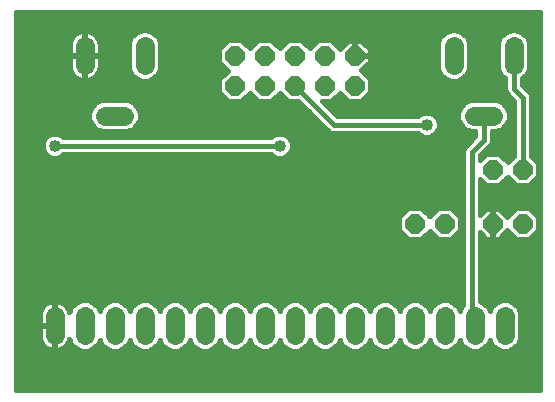
<source format=gbl>
G75*
G70*
%OFA0B0*%
%FSLAX24Y24*%
%IPPOS*%
%LPD*%
%AMOC8*
5,1,8,0,0,1.08239X$1,22.5*
%
%ADD10C,0.0640*%
%ADD11OC8,0.0640*%
%ADD12C,0.0160*%
%ADD13C,0.0400*%
D10*
X001682Y002218D02*
X001682Y002858D01*
X002682Y002858D02*
X002682Y002218D01*
X003682Y002218D02*
X003682Y002858D01*
X004682Y002858D02*
X004682Y002218D01*
X005682Y002218D02*
X005682Y002858D01*
X006682Y002858D02*
X006682Y002218D01*
X007682Y002218D02*
X007682Y002858D01*
X008682Y002858D02*
X008682Y002218D01*
X009682Y002218D02*
X009682Y002858D01*
X010682Y002858D02*
X010682Y002218D01*
X011682Y002218D02*
X011682Y002858D01*
X012682Y002858D02*
X012682Y002218D01*
X013682Y002218D02*
X013682Y002858D01*
X014682Y002858D02*
X014682Y002218D01*
X015682Y002218D02*
X015682Y002858D01*
X016682Y002858D02*
X016682Y002218D01*
X016302Y009538D02*
X015662Y009538D01*
X014982Y011218D02*
X014982Y011858D01*
X016982Y011858D02*
X016982Y011218D01*
X004682Y011218D02*
X004682Y011858D01*
X002682Y011858D02*
X002682Y011218D01*
X003362Y009538D02*
X004002Y009538D01*
D11*
X007682Y010538D03*
X008682Y010538D03*
X009682Y010538D03*
X010682Y010538D03*
X011682Y010538D03*
X011682Y011538D03*
X010682Y011538D03*
X009682Y011538D03*
X008682Y011538D03*
X007682Y011538D03*
X013682Y005938D03*
X014682Y005938D03*
X016282Y005938D03*
X017282Y005938D03*
X017282Y007738D03*
X016282Y007738D03*
D12*
X000382Y012984D02*
X000382Y000388D01*
X017852Y000388D01*
X017852Y012984D01*
X000382Y012984D01*
X000382Y012844D02*
X017852Y012844D01*
X017852Y012686D02*
X000382Y012686D01*
X000382Y012527D02*
X017852Y012527D01*
X017852Y012369D02*
X017109Y012369D01*
X017085Y012378D02*
X016878Y012378D01*
X016687Y012299D01*
X016541Y012153D01*
X016462Y011962D01*
X016462Y011115D01*
X016541Y010924D01*
X016687Y010777D01*
X016702Y010771D01*
X016702Y010383D01*
X016745Y010280D01*
X016823Y010201D01*
X017002Y010022D01*
X017002Y008194D01*
X016782Y007974D01*
X016497Y008258D01*
X016066Y008258D01*
X015862Y008054D01*
X015862Y008222D01*
X016140Y008501D01*
X016219Y008580D01*
X016262Y008683D01*
X016262Y009018D01*
X016405Y009018D01*
X016596Y009097D01*
X016743Y009244D01*
X016822Y009435D01*
X016822Y009642D01*
X016743Y009833D01*
X016596Y009979D01*
X016405Y010058D01*
X015558Y010058D01*
X015367Y009979D01*
X015221Y009833D01*
X015142Y009642D01*
X015142Y009435D01*
X015221Y009244D01*
X015367Y009097D01*
X015558Y009018D01*
X015702Y009018D01*
X015702Y008854D01*
X015445Y008597D01*
X015345Y008497D01*
X015302Y008394D01*
X015302Y008283D01*
X015302Y003214D01*
X015241Y003153D01*
X015182Y003010D01*
X015123Y003153D01*
X014976Y003299D01*
X014785Y003378D01*
X014578Y003378D01*
X014387Y003299D01*
X014241Y003153D01*
X014182Y003010D01*
X014123Y003153D01*
X013976Y003299D01*
X013785Y003378D01*
X013578Y003378D01*
X013387Y003299D01*
X013241Y003153D01*
X013182Y003010D01*
X013123Y003153D01*
X012976Y003299D01*
X012785Y003378D01*
X012578Y003378D01*
X012387Y003299D01*
X012241Y003153D01*
X012182Y003010D01*
X012123Y003153D01*
X011976Y003299D01*
X011785Y003378D01*
X011578Y003378D01*
X011387Y003299D01*
X011241Y003153D01*
X011182Y003010D01*
X011123Y003153D01*
X010976Y003299D01*
X010785Y003378D01*
X010578Y003378D01*
X010387Y003299D01*
X010241Y003153D01*
X010182Y003010D01*
X010123Y003153D01*
X009976Y003299D01*
X009785Y003378D01*
X009578Y003378D01*
X009387Y003299D01*
X009241Y003153D01*
X009182Y003010D01*
X009123Y003153D01*
X008976Y003299D01*
X008785Y003378D01*
X008578Y003378D01*
X008387Y003299D01*
X008241Y003153D01*
X008182Y003010D01*
X008123Y003153D01*
X007976Y003299D01*
X007785Y003378D01*
X007578Y003378D01*
X007387Y003299D01*
X007241Y003153D01*
X007182Y003010D01*
X007123Y003153D01*
X006976Y003299D01*
X006785Y003378D01*
X006578Y003378D01*
X006387Y003299D01*
X006241Y003153D01*
X006182Y003010D01*
X006123Y003153D01*
X005976Y003299D01*
X005785Y003378D01*
X005578Y003378D01*
X005387Y003299D01*
X005241Y003153D01*
X005182Y003010D01*
X005123Y003153D01*
X004976Y003299D01*
X004785Y003378D01*
X004578Y003378D01*
X004387Y003299D01*
X004241Y003153D01*
X004182Y003010D01*
X004123Y003153D01*
X003976Y003299D01*
X003785Y003378D01*
X003578Y003378D01*
X003387Y003299D01*
X003241Y003153D01*
X003182Y003010D01*
X003123Y003153D01*
X002976Y003299D01*
X002785Y003378D01*
X002578Y003378D01*
X002387Y003299D01*
X002241Y003153D01*
X002169Y002978D01*
X002145Y003050D01*
X002109Y003120D01*
X002063Y003184D01*
X002008Y003240D01*
X001944Y003286D01*
X001874Y003322D01*
X001799Y003346D01*
X001721Y003358D01*
X001702Y003358D01*
X001702Y002559D01*
X001662Y002559D01*
X001662Y003358D01*
X001643Y003358D01*
X001565Y003346D01*
X001490Y003322D01*
X001420Y003286D01*
X001356Y003240D01*
X001301Y003184D01*
X001254Y003120D01*
X001219Y003050D01*
X001194Y002975D01*
X001182Y002898D01*
X001182Y002558D01*
X001662Y002558D01*
X001662Y002518D01*
X001702Y002518D01*
X001702Y001718D01*
X001721Y001718D01*
X001799Y001731D01*
X001874Y001755D01*
X001944Y001791D01*
X002008Y001837D01*
X002063Y001893D01*
X002109Y001956D01*
X002145Y002026D01*
X002169Y002099D01*
X002241Y001924D01*
X002387Y001777D01*
X002578Y001698D01*
X002785Y001698D01*
X002976Y001777D01*
X003123Y001924D01*
X003182Y002067D01*
X003241Y001924D01*
X003387Y001777D01*
X003578Y001698D01*
X003785Y001698D01*
X003976Y001777D01*
X004123Y001924D01*
X004182Y002067D01*
X004241Y001924D01*
X004387Y001777D01*
X004578Y001698D01*
X004785Y001698D01*
X004976Y001777D01*
X005123Y001924D01*
X005182Y002067D01*
X005241Y001924D01*
X005387Y001777D01*
X005578Y001698D01*
X005785Y001698D01*
X005976Y001777D01*
X006123Y001924D01*
X006182Y002067D01*
X006241Y001924D01*
X006387Y001777D01*
X006578Y001698D01*
X006785Y001698D01*
X006976Y001777D01*
X007123Y001924D01*
X007182Y002067D01*
X007241Y001924D01*
X007387Y001777D01*
X007578Y001698D01*
X007785Y001698D01*
X007976Y001777D01*
X008123Y001924D01*
X008182Y002067D01*
X008241Y001924D01*
X008387Y001777D01*
X008578Y001698D01*
X008785Y001698D01*
X008976Y001777D01*
X009123Y001924D01*
X009182Y002067D01*
X009241Y001924D01*
X009387Y001777D01*
X009578Y001698D01*
X009785Y001698D01*
X009976Y001777D01*
X010123Y001924D01*
X010182Y002067D01*
X010241Y001924D01*
X010387Y001777D01*
X010578Y001698D01*
X010785Y001698D01*
X010976Y001777D01*
X011123Y001924D01*
X011182Y002067D01*
X011241Y001924D01*
X011387Y001777D01*
X011578Y001698D01*
X011785Y001698D01*
X011976Y001777D01*
X012123Y001924D01*
X012182Y002067D01*
X012241Y001924D01*
X012387Y001777D01*
X012578Y001698D01*
X012785Y001698D01*
X012976Y001777D01*
X013123Y001924D01*
X013182Y002067D01*
X013241Y001924D01*
X013387Y001777D01*
X013578Y001698D01*
X013785Y001698D01*
X013976Y001777D01*
X014123Y001924D01*
X014182Y002067D01*
X014241Y001924D01*
X014387Y001777D01*
X014578Y001698D01*
X014785Y001698D01*
X014976Y001777D01*
X015123Y001924D01*
X015182Y002067D01*
X015241Y001924D01*
X015387Y001777D01*
X015578Y001698D01*
X015785Y001698D01*
X015976Y001777D01*
X016123Y001924D01*
X016182Y002067D01*
X016241Y001924D01*
X016387Y001777D01*
X016578Y001698D01*
X016785Y001698D01*
X016976Y001777D01*
X017123Y001924D01*
X017202Y002115D01*
X017202Y002962D01*
X017123Y003153D01*
X016976Y003299D01*
X016785Y003378D01*
X016578Y003378D01*
X016387Y003299D01*
X016241Y003153D01*
X016182Y003010D01*
X016123Y003153D01*
X015976Y003299D01*
X015862Y003346D01*
X015862Y005651D01*
X016075Y005438D01*
X016262Y005438D01*
X016262Y005918D01*
X016302Y005918D01*
X016302Y005438D01*
X016489Y005438D01*
X016768Y005717D01*
X017066Y005418D01*
X017497Y005418D01*
X017802Y005723D01*
X017802Y006154D01*
X017497Y006458D01*
X017066Y006458D01*
X016768Y006159D01*
X016489Y006438D01*
X016302Y006438D01*
X016302Y005959D01*
X016262Y005959D01*
X016262Y006438D01*
X016075Y006438D01*
X015862Y006225D01*
X015862Y007423D01*
X016066Y007218D01*
X016497Y007218D01*
X016782Y007503D01*
X017066Y007218D01*
X017497Y007218D01*
X017802Y007523D01*
X017802Y007954D01*
X017562Y008194D01*
X017562Y010083D01*
X017562Y010194D01*
X017519Y010297D01*
X017262Y010554D01*
X017262Y010771D01*
X017276Y010777D01*
X017423Y010924D01*
X017502Y011115D01*
X017502Y011962D01*
X017423Y012153D01*
X017276Y012299D01*
X017085Y012378D01*
X017366Y012210D02*
X017852Y012210D01*
X017852Y012051D02*
X017465Y012051D01*
X017502Y011893D02*
X017852Y011893D01*
X017852Y011734D02*
X017502Y011734D01*
X017502Y011576D02*
X017852Y011576D01*
X017852Y011417D02*
X017502Y011417D01*
X017502Y011259D02*
X017852Y011259D01*
X017852Y011100D02*
X017496Y011100D01*
X017430Y010942D02*
X017852Y010942D01*
X017852Y010783D02*
X017282Y010783D01*
X017262Y010625D02*
X017852Y010625D01*
X017852Y010466D02*
X017350Y010466D01*
X017509Y010307D02*
X017852Y010307D01*
X017852Y010149D02*
X017562Y010149D01*
X017562Y009990D02*
X017852Y009990D01*
X017852Y009832D02*
X017562Y009832D01*
X017562Y009673D02*
X017852Y009673D01*
X017852Y009515D02*
X017562Y009515D01*
X017562Y009356D02*
X017852Y009356D01*
X017852Y009198D02*
X017562Y009198D01*
X017562Y009039D02*
X017852Y009039D01*
X017852Y008881D02*
X017562Y008881D01*
X017562Y008722D02*
X017852Y008722D01*
X017852Y008563D02*
X017562Y008563D01*
X017562Y008405D02*
X017852Y008405D01*
X017852Y008246D02*
X017562Y008246D01*
X017668Y008088D02*
X017852Y008088D01*
X017852Y007929D02*
X017802Y007929D01*
X017802Y007771D02*
X017852Y007771D01*
X017852Y007612D02*
X017802Y007612D01*
X017852Y007454D02*
X017733Y007454D01*
X017852Y007295D02*
X017574Y007295D01*
X017852Y007137D02*
X015862Y007137D01*
X015862Y007295D02*
X015990Y007295D01*
X015862Y006978D02*
X017852Y006978D01*
X017852Y006819D02*
X015862Y006819D01*
X015862Y006661D02*
X017852Y006661D01*
X017852Y006502D02*
X015862Y006502D01*
X015862Y006344D02*
X015980Y006344D01*
X016262Y006344D02*
X016302Y006344D01*
X016302Y006185D02*
X016262Y006185D01*
X016262Y006027D02*
X016302Y006027D01*
X016302Y005868D02*
X016262Y005868D01*
X016262Y005710D02*
X016302Y005710D01*
X016302Y005551D02*
X016262Y005551D01*
X015962Y005551D02*
X015862Y005551D01*
X015862Y005393D02*
X017852Y005393D01*
X017852Y005551D02*
X017630Y005551D01*
X017789Y005710D02*
X017852Y005710D01*
X017852Y005868D02*
X017802Y005868D01*
X017802Y006027D02*
X017852Y006027D01*
X017852Y006185D02*
X017770Y006185D01*
X017852Y006344D02*
X017612Y006344D01*
X016952Y006344D02*
X016583Y006344D01*
X016742Y006185D02*
X016794Y006185D01*
X016775Y005710D02*
X016760Y005710D01*
X016602Y005551D02*
X016934Y005551D01*
X017852Y005234D02*
X015862Y005234D01*
X015862Y005076D02*
X017852Y005076D01*
X017852Y004917D02*
X015862Y004917D01*
X015862Y004758D02*
X017852Y004758D01*
X017852Y004600D02*
X015862Y004600D01*
X015862Y004441D02*
X017852Y004441D01*
X017852Y004283D02*
X015862Y004283D01*
X015862Y004124D02*
X017852Y004124D01*
X017852Y003966D02*
X015862Y003966D01*
X015862Y003807D02*
X017852Y003807D01*
X017852Y003649D02*
X015862Y003649D01*
X015862Y003490D02*
X017852Y003490D01*
X017852Y003332D02*
X016898Y003332D01*
X017102Y003173D02*
X017852Y003173D01*
X017852Y003014D02*
X017180Y003014D01*
X017202Y002856D02*
X017852Y002856D01*
X017852Y002697D02*
X017202Y002697D01*
X017202Y002539D02*
X017852Y002539D01*
X017852Y002380D02*
X017202Y002380D01*
X017202Y002222D02*
X017852Y002222D01*
X017852Y002063D02*
X017180Y002063D01*
X017104Y001905D02*
X017852Y001905D01*
X017852Y001746D02*
X016901Y001746D01*
X016463Y001746D02*
X015901Y001746D01*
X016104Y001905D02*
X016260Y001905D01*
X016183Y002063D02*
X016180Y002063D01*
X015682Y002538D02*
X015582Y002538D01*
X015582Y008338D01*
X015682Y008438D01*
X015982Y008738D01*
X015982Y009538D01*
X016569Y009990D02*
X017002Y009990D01*
X017002Y009832D02*
X016743Y009832D01*
X016809Y009673D02*
X017002Y009673D01*
X017002Y009515D02*
X016822Y009515D01*
X016789Y009356D02*
X017002Y009356D01*
X017002Y009198D02*
X016697Y009198D01*
X016456Y009039D02*
X017002Y009039D01*
X017002Y008881D02*
X016262Y008881D01*
X016262Y008722D02*
X017002Y008722D01*
X017002Y008563D02*
X016203Y008563D01*
X016044Y008405D02*
X017002Y008405D01*
X017002Y008246D02*
X016509Y008246D01*
X016668Y008088D02*
X016896Y008088D01*
X017282Y007738D02*
X017282Y010138D01*
X016982Y010438D01*
X016982Y011538D01*
X016462Y011576D02*
X015502Y011576D01*
X015502Y011734D02*
X016462Y011734D01*
X016462Y011893D02*
X015502Y011893D01*
X015502Y011962D02*
X015423Y012153D01*
X015276Y012299D01*
X015085Y012378D01*
X014878Y012378D01*
X014687Y012299D01*
X014541Y012153D01*
X014462Y011962D01*
X014462Y011115D01*
X014541Y010924D01*
X014687Y010777D01*
X014878Y010698D01*
X015085Y010698D01*
X015276Y010777D01*
X015423Y010924D01*
X015502Y011115D01*
X015502Y011962D01*
X015465Y012051D02*
X016499Y012051D01*
X016598Y012210D02*
X015366Y012210D01*
X015109Y012369D02*
X016855Y012369D01*
X016462Y011417D02*
X015502Y011417D01*
X015502Y011259D02*
X016462Y011259D01*
X016468Y011100D02*
X015496Y011100D01*
X015430Y010942D02*
X016534Y010942D01*
X016682Y010783D02*
X015282Y010783D01*
X014682Y010783D02*
X012172Y010783D01*
X012202Y010754D02*
X011903Y011052D01*
X012182Y011331D01*
X012182Y011518D01*
X011702Y011518D01*
X011702Y011558D01*
X012182Y011558D01*
X012182Y011745D01*
X011889Y012038D01*
X011702Y012038D01*
X011702Y011559D01*
X011662Y011559D01*
X011662Y012038D01*
X011475Y012038D01*
X011196Y011759D01*
X010897Y012058D01*
X010466Y012058D01*
X010182Y011774D01*
X009897Y012058D01*
X009466Y012058D01*
X009182Y011774D01*
X008897Y012058D01*
X008466Y012058D01*
X008182Y011774D01*
X007897Y012058D01*
X007466Y012058D01*
X007162Y011754D01*
X007162Y011323D01*
X007447Y011038D01*
X007162Y010754D01*
X007162Y010323D01*
X007466Y010018D01*
X007897Y010018D01*
X008182Y010303D01*
X008466Y010018D01*
X008897Y010018D01*
X009182Y010303D01*
X009466Y010018D01*
X009806Y010018D01*
X010823Y009001D01*
X010926Y008958D01*
X011038Y008958D01*
X013796Y008958D01*
X013855Y008899D01*
X014002Y008838D01*
X014161Y008838D01*
X014308Y008899D01*
X014421Y009012D01*
X014482Y009159D01*
X014482Y009318D01*
X014421Y009465D01*
X014308Y009577D01*
X014161Y009638D01*
X014002Y009638D01*
X013855Y009577D01*
X013796Y009518D01*
X011098Y009518D01*
X010598Y010018D01*
X010897Y010018D01*
X011182Y010303D01*
X011466Y010018D01*
X011897Y010018D01*
X012202Y010323D01*
X012202Y010754D01*
X012202Y010625D02*
X016702Y010625D01*
X016702Y010466D02*
X012202Y010466D01*
X012186Y010307D02*
X016733Y010307D01*
X016875Y010149D02*
X012028Y010149D01*
X011336Y010149D02*
X011028Y010149D01*
X010784Y009832D02*
X015221Y009832D01*
X015155Y009673D02*
X010943Y009673D01*
X010626Y009990D02*
X015395Y009990D01*
X015142Y009515D02*
X014371Y009515D01*
X014466Y009356D02*
X015174Y009356D01*
X015267Y009198D02*
X014482Y009198D01*
X014432Y009039D02*
X015508Y009039D01*
X015702Y008881D02*
X014264Y008881D01*
X013900Y008881D02*
X009401Y008881D01*
X009408Y008877D02*
X009261Y008938D01*
X009102Y008938D01*
X008955Y008877D01*
X008896Y008818D01*
X001968Y008818D01*
X001908Y008877D01*
X001761Y008938D01*
X001602Y008938D01*
X001455Y008877D01*
X001343Y008765D01*
X001282Y008618D01*
X001282Y008459D01*
X001343Y008312D01*
X001455Y008199D01*
X001602Y008138D01*
X001761Y008138D01*
X001908Y008199D01*
X001968Y008258D01*
X008896Y008258D01*
X008955Y008199D01*
X009102Y008138D01*
X009261Y008138D01*
X009408Y008199D01*
X009521Y008312D01*
X009582Y008459D01*
X009582Y008618D01*
X009521Y008765D01*
X009408Y008877D01*
X009539Y008722D02*
X015570Y008722D01*
X015411Y008563D02*
X009582Y008563D01*
X009560Y008405D02*
X015306Y008405D01*
X015302Y008246D02*
X009456Y008246D01*
X009182Y008538D02*
X001682Y008538D01*
X001956Y008246D02*
X008908Y008246D01*
X008963Y008881D02*
X001901Y008881D01*
X001463Y008881D02*
X000382Y008881D01*
X000382Y009039D02*
X003208Y009039D01*
X003258Y009018D02*
X003067Y009097D01*
X002921Y009244D01*
X002842Y009435D01*
X002842Y009642D01*
X002921Y009833D01*
X003067Y009979D01*
X003258Y010058D01*
X004105Y010058D01*
X004296Y009979D01*
X004443Y009833D01*
X004522Y009642D01*
X004522Y009435D01*
X004443Y009244D01*
X004296Y009097D01*
X004105Y009018D01*
X003258Y009018D01*
X002967Y009198D02*
X000382Y009198D01*
X000382Y009356D02*
X002874Y009356D01*
X002842Y009515D02*
X000382Y009515D01*
X000382Y009673D02*
X002855Y009673D01*
X002921Y009832D02*
X000382Y009832D01*
X000382Y009990D02*
X003095Y009990D01*
X002874Y010755D02*
X002944Y010791D01*
X003008Y010837D01*
X003063Y010893D01*
X003109Y010956D01*
X003145Y011026D01*
X003170Y011101D01*
X003182Y011179D01*
X003182Y011518D01*
X002702Y011518D01*
X002702Y010718D01*
X002721Y010718D01*
X002799Y010731D01*
X002874Y010755D01*
X002929Y010783D02*
X004382Y010783D01*
X004387Y010777D02*
X004578Y010698D01*
X004785Y010698D01*
X004976Y010777D01*
X005123Y010924D01*
X005202Y011115D01*
X005202Y011962D01*
X005123Y012153D01*
X004976Y012299D01*
X004785Y012378D01*
X004578Y012378D01*
X004387Y012299D01*
X004241Y012153D01*
X004162Y011962D01*
X004162Y011115D01*
X004241Y010924D01*
X004387Y010777D01*
X004234Y010942D02*
X003099Y010942D01*
X003169Y011100D02*
X004168Y011100D01*
X004162Y011259D02*
X003182Y011259D01*
X003182Y011417D02*
X004162Y011417D01*
X004162Y011576D02*
X003182Y011576D01*
X003182Y011558D02*
X003182Y011898D01*
X003170Y011975D01*
X003145Y012050D01*
X003109Y012120D01*
X003063Y012184D01*
X003008Y012240D01*
X002944Y012286D01*
X002874Y012322D01*
X002799Y012346D01*
X002721Y012358D01*
X002702Y012358D01*
X002702Y011559D01*
X002662Y011559D01*
X002662Y012358D01*
X002643Y012358D01*
X002565Y012346D01*
X002490Y012322D01*
X002420Y012286D01*
X002356Y012240D01*
X002301Y012184D01*
X002254Y012120D01*
X002219Y012050D01*
X002194Y011975D01*
X002182Y011898D01*
X002182Y011558D01*
X002662Y011558D01*
X002662Y011518D01*
X002702Y011518D01*
X002702Y011558D01*
X003182Y011558D01*
X003182Y011734D02*
X004162Y011734D01*
X004162Y011893D02*
X003182Y011893D01*
X003145Y012051D02*
X004199Y012051D01*
X004298Y012210D02*
X003037Y012210D01*
X002702Y012210D02*
X002662Y012210D01*
X002662Y012051D02*
X002702Y012051D01*
X002702Y011893D02*
X002662Y011893D01*
X002662Y011734D02*
X002702Y011734D01*
X002702Y011576D02*
X002662Y011576D01*
X002662Y011518D02*
X002182Y011518D01*
X002182Y011179D01*
X002194Y011101D01*
X002219Y011026D01*
X002254Y010956D01*
X002301Y010893D01*
X002356Y010837D01*
X002420Y010791D01*
X002490Y010755D01*
X002565Y010731D01*
X002643Y010718D01*
X002662Y010718D01*
X002662Y011518D01*
X002662Y011417D02*
X002702Y011417D01*
X002702Y011259D02*
X002662Y011259D01*
X002662Y011100D02*
X002702Y011100D01*
X002702Y010942D02*
X002662Y010942D01*
X002662Y010783D02*
X002702Y010783D01*
X002435Y010783D02*
X000382Y010783D01*
X000382Y010625D02*
X007162Y010625D01*
X007162Y010466D02*
X000382Y010466D01*
X000382Y010307D02*
X007177Y010307D01*
X007336Y010149D02*
X000382Y010149D01*
X000382Y010942D02*
X002265Y010942D01*
X002195Y011100D02*
X000382Y011100D01*
X000382Y011259D02*
X002182Y011259D01*
X002182Y011417D02*
X000382Y011417D01*
X000382Y011576D02*
X002182Y011576D01*
X002182Y011734D02*
X000382Y011734D01*
X000382Y011893D02*
X002182Y011893D01*
X002219Y012051D02*
X000382Y012051D01*
X000382Y012210D02*
X002326Y012210D01*
X000382Y012369D02*
X004555Y012369D01*
X004809Y012369D02*
X014855Y012369D01*
X014598Y012210D02*
X005066Y012210D01*
X005165Y012051D02*
X007460Y012051D01*
X007301Y011893D02*
X005202Y011893D01*
X005202Y011734D02*
X007162Y011734D01*
X007162Y011576D02*
X005202Y011576D01*
X005202Y011417D02*
X007162Y011417D01*
X007226Y011259D02*
X005202Y011259D01*
X005196Y011100D02*
X007385Y011100D01*
X007350Y010942D02*
X005130Y010942D01*
X004982Y010783D02*
X007191Y010783D01*
X008028Y010149D02*
X008336Y010149D01*
X009028Y010149D02*
X009336Y010149D01*
X009682Y010538D02*
X010982Y009238D01*
X014082Y009238D01*
X015302Y008088D02*
X000382Y008088D01*
X000382Y008246D02*
X001408Y008246D01*
X001304Y008405D02*
X000382Y008405D01*
X000382Y008563D02*
X001282Y008563D01*
X001325Y008722D02*
X000382Y008722D01*
X000382Y007929D02*
X015302Y007929D01*
X015302Y007771D02*
X000382Y007771D01*
X000382Y007612D02*
X015302Y007612D01*
X015302Y007454D02*
X000382Y007454D01*
X000382Y007295D02*
X015302Y007295D01*
X015302Y007137D02*
X000382Y007137D01*
X000382Y006978D02*
X015302Y006978D01*
X015302Y006819D02*
X000382Y006819D01*
X000382Y006661D02*
X015302Y006661D01*
X015302Y006502D02*
X000382Y006502D01*
X000382Y006344D02*
X013352Y006344D01*
X013466Y006458D02*
X013162Y006154D01*
X013162Y005723D01*
X013466Y005418D01*
X013897Y005418D01*
X014182Y005703D01*
X014466Y005418D01*
X014897Y005418D01*
X015202Y005723D01*
X015202Y006154D01*
X014897Y006458D01*
X014466Y006458D01*
X014182Y006174D01*
X013897Y006458D01*
X013466Y006458D01*
X013194Y006185D02*
X000382Y006185D01*
X000382Y006027D02*
X013162Y006027D01*
X013162Y005868D02*
X000382Y005868D01*
X000382Y005710D02*
X013175Y005710D01*
X013334Y005551D02*
X000382Y005551D01*
X000382Y005393D02*
X015302Y005393D01*
X015302Y005551D02*
X015030Y005551D01*
X015189Y005710D02*
X015302Y005710D01*
X015302Y005868D02*
X015202Y005868D01*
X015202Y006027D02*
X015302Y006027D01*
X015302Y006185D02*
X015170Y006185D01*
X015302Y006344D02*
X015012Y006344D01*
X014352Y006344D02*
X014012Y006344D01*
X014170Y006185D02*
X014194Y006185D01*
X014334Y005551D02*
X014030Y005551D01*
X015302Y005234D02*
X000382Y005234D01*
X000382Y005076D02*
X015302Y005076D01*
X015302Y004917D02*
X000382Y004917D01*
X000382Y004758D02*
X015302Y004758D01*
X015302Y004600D02*
X000382Y004600D01*
X000382Y004441D02*
X015302Y004441D01*
X015302Y004283D02*
X000382Y004283D01*
X000382Y004124D02*
X015302Y004124D01*
X015302Y003966D02*
X000382Y003966D01*
X000382Y003807D02*
X015302Y003807D01*
X015302Y003649D02*
X000382Y003649D01*
X000382Y003490D02*
X015302Y003490D01*
X015302Y003332D02*
X014898Y003332D01*
X015102Y003173D02*
X015261Y003173D01*
X015184Y003014D02*
X015180Y003014D01*
X014466Y003332D02*
X013898Y003332D01*
X014102Y003173D02*
X014261Y003173D01*
X014184Y003014D02*
X014180Y003014D01*
X013466Y003332D02*
X012898Y003332D01*
X013102Y003173D02*
X013261Y003173D01*
X013184Y003014D02*
X013180Y003014D01*
X012466Y003332D02*
X011898Y003332D01*
X012102Y003173D02*
X012261Y003173D01*
X012184Y003014D02*
X012180Y003014D01*
X011466Y003332D02*
X010898Y003332D01*
X011102Y003173D02*
X011261Y003173D01*
X011184Y003014D02*
X011180Y003014D01*
X010466Y003332D02*
X009898Y003332D01*
X010102Y003173D02*
X010261Y003173D01*
X010184Y003014D02*
X010180Y003014D01*
X009466Y003332D02*
X008898Y003332D01*
X009102Y003173D02*
X009261Y003173D01*
X009184Y003014D02*
X009180Y003014D01*
X008466Y003332D02*
X007898Y003332D01*
X008102Y003173D02*
X008261Y003173D01*
X008184Y003014D02*
X008180Y003014D01*
X007466Y003332D02*
X006898Y003332D01*
X007102Y003173D02*
X007261Y003173D01*
X007184Y003014D02*
X007180Y003014D01*
X006466Y003332D02*
X005898Y003332D01*
X006102Y003173D02*
X006261Y003173D01*
X006184Y003014D02*
X006180Y003014D01*
X005466Y003332D02*
X004898Y003332D01*
X005102Y003173D02*
X005261Y003173D01*
X005184Y003014D02*
X005180Y003014D01*
X004466Y003332D02*
X003898Y003332D01*
X004102Y003173D02*
X004261Y003173D01*
X004184Y003014D02*
X004180Y003014D01*
X003466Y003332D02*
X002898Y003332D01*
X003102Y003173D02*
X003261Y003173D01*
X003184Y003014D02*
X003180Y003014D01*
X002466Y003332D02*
X001843Y003332D01*
X001702Y003332D02*
X001662Y003332D01*
X001521Y003332D02*
X000382Y003332D01*
X000382Y003173D02*
X001293Y003173D01*
X001207Y003014D02*
X000382Y003014D01*
X000382Y002856D02*
X001182Y002856D01*
X001182Y002697D02*
X000382Y002697D01*
X000382Y002539D02*
X001662Y002539D01*
X001662Y002518D02*
X001182Y002518D01*
X001182Y002179D01*
X001194Y002101D01*
X001219Y002026D01*
X001254Y001956D01*
X001301Y001893D01*
X001356Y001837D01*
X001420Y001791D01*
X001490Y001755D01*
X001565Y001731D01*
X001643Y001718D01*
X001662Y001718D01*
X001662Y002518D01*
X001662Y002380D02*
X001702Y002380D01*
X001702Y002222D02*
X001662Y002222D01*
X001662Y002063D02*
X001702Y002063D01*
X001702Y001905D02*
X001662Y001905D01*
X001662Y001746D02*
X001702Y001746D01*
X001847Y001746D02*
X002463Y001746D01*
X002260Y001905D02*
X002072Y001905D01*
X002157Y002063D02*
X002183Y002063D01*
X001517Y001746D02*
X000382Y001746D01*
X000382Y001905D02*
X001292Y001905D01*
X001206Y002063D02*
X000382Y002063D01*
X000382Y002222D02*
X001182Y002222D01*
X001182Y002380D02*
X000382Y002380D01*
X000382Y001588D02*
X017852Y001588D01*
X017852Y001429D02*
X000382Y001429D01*
X000382Y001270D02*
X017852Y001270D01*
X017852Y001112D02*
X000382Y001112D01*
X000382Y000953D02*
X017852Y000953D01*
X017852Y000795D02*
X000382Y000795D01*
X000382Y000636D02*
X017852Y000636D01*
X017852Y000478D02*
X000382Y000478D01*
X002901Y001746D02*
X003463Y001746D01*
X003260Y001905D02*
X003104Y001905D01*
X003180Y002063D02*
X003183Y002063D01*
X003901Y001746D02*
X004463Y001746D01*
X004260Y001905D02*
X004104Y001905D01*
X004180Y002063D02*
X004183Y002063D01*
X004901Y001746D02*
X005463Y001746D01*
X005260Y001905D02*
X005104Y001905D01*
X005180Y002063D02*
X005183Y002063D01*
X005901Y001746D02*
X006463Y001746D01*
X006260Y001905D02*
X006104Y001905D01*
X006180Y002063D02*
X006183Y002063D01*
X006901Y001746D02*
X007463Y001746D01*
X007260Y001905D02*
X007104Y001905D01*
X007180Y002063D02*
X007183Y002063D01*
X007901Y001746D02*
X008463Y001746D01*
X008260Y001905D02*
X008104Y001905D01*
X008180Y002063D02*
X008183Y002063D01*
X008901Y001746D02*
X009463Y001746D01*
X009260Y001905D02*
X009104Y001905D01*
X009180Y002063D02*
X009183Y002063D01*
X009901Y001746D02*
X010463Y001746D01*
X010260Y001905D02*
X010104Y001905D01*
X010180Y002063D02*
X010183Y002063D01*
X010901Y001746D02*
X011463Y001746D01*
X011260Y001905D02*
X011104Y001905D01*
X011180Y002063D02*
X011183Y002063D01*
X011901Y001746D02*
X012463Y001746D01*
X012260Y001905D02*
X012104Y001905D01*
X012180Y002063D02*
X012183Y002063D01*
X012901Y001746D02*
X013463Y001746D01*
X013260Y001905D02*
X013104Y001905D01*
X013180Y002063D02*
X013183Y002063D01*
X013901Y001746D02*
X014463Y001746D01*
X014260Y001905D02*
X014104Y001905D01*
X014180Y002063D02*
X014183Y002063D01*
X014901Y001746D02*
X015463Y001746D01*
X015260Y001905D02*
X015104Y001905D01*
X015180Y002063D02*
X015183Y002063D01*
X016180Y003014D02*
X016184Y003014D01*
X016261Y003173D02*
X016102Y003173D01*
X015898Y003332D02*
X016466Y003332D01*
X016574Y007295D02*
X016990Y007295D01*
X016831Y007454D02*
X016733Y007454D01*
X015896Y008088D02*
X015862Y008088D01*
X015886Y008246D02*
X016055Y008246D01*
X014534Y010942D02*
X012014Y010942D01*
X011951Y011100D02*
X014468Y011100D01*
X014462Y011259D02*
X012109Y011259D01*
X012182Y011417D02*
X014462Y011417D01*
X014462Y011576D02*
X012182Y011576D01*
X012182Y011734D02*
X014462Y011734D01*
X014462Y011893D02*
X012034Y011893D01*
X011702Y011893D02*
X011662Y011893D01*
X011662Y011734D02*
X011702Y011734D01*
X011702Y011576D02*
X011662Y011576D01*
X011329Y011893D02*
X011063Y011893D01*
X010904Y012051D02*
X014499Y012051D01*
X010468Y009356D02*
X004489Y009356D01*
X004397Y009198D02*
X010627Y009198D01*
X010785Y009039D02*
X004156Y009039D01*
X004522Y009515D02*
X010309Y009515D01*
X010151Y009673D02*
X004509Y009673D01*
X004443Y009832D02*
X009992Y009832D01*
X009834Y009990D02*
X004269Y009990D01*
X007904Y012051D02*
X008460Y012051D01*
X008301Y011893D02*
X008063Y011893D01*
X008904Y012051D02*
X009460Y012051D01*
X009301Y011893D02*
X009063Y011893D01*
X009904Y012051D02*
X010460Y012051D01*
X010301Y011893D02*
X010063Y011893D01*
X002261Y003173D02*
X002071Y003173D01*
X002157Y003014D02*
X002184Y003014D01*
X001702Y003014D02*
X001662Y003014D01*
X001662Y002856D02*
X001702Y002856D01*
X001702Y002697D02*
X001662Y002697D01*
X001662Y003173D02*
X001702Y003173D01*
D13*
X007932Y006538D03*
X009182Y008538D03*
X010432Y008638D03*
X012732Y006288D03*
X014082Y009238D03*
X001682Y008538D03*
M02*

</source>
